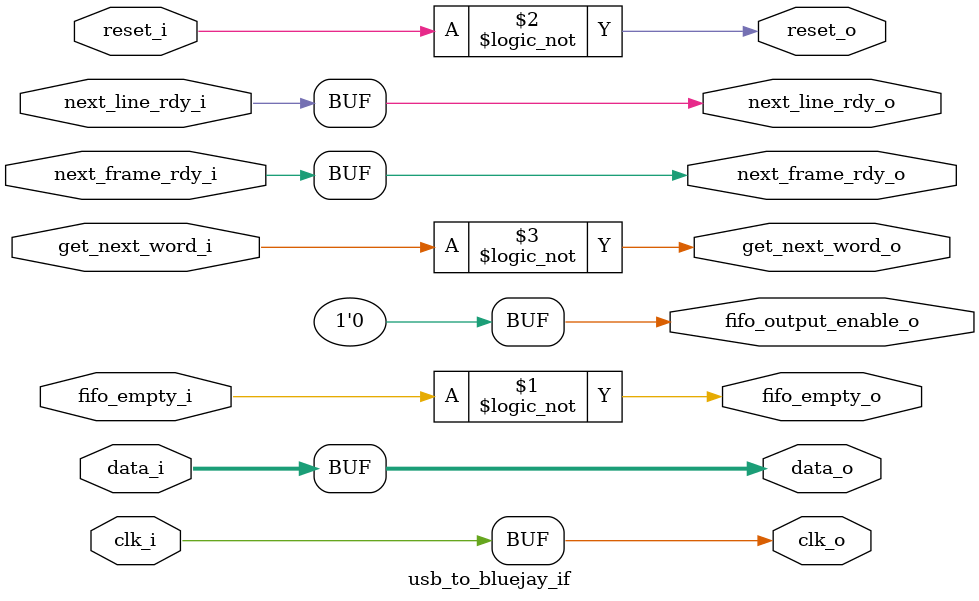
<source format=v>


`timescale 1ns/10ps

module usb_to_bluejay_if (
    reset_i,
    clk_i,
    data_i,
    next_line_rdy_i,
    next_frame_rdy_i,
    fifo_empty_i,
    fifo_output_enable_o,
    get_next_word_o,
    reset_o,
    clk_o,
    data_o,
    next_line_rdy_o,
    next_frame_rdy_o,
    fifo_empty_o,
    get_next_word_i
);
// Ports
// I/O pins:
// --------
// Control:
// reset_i              : Reset line
// USB-Fifo Side:
// clk_i                : 100MHz input clock from USB Chip
// data_i               : 32-bit input data FIFO from USB
// next_line_rdy_i      : line to indicate that a new line of data is available, active-high for 1 cycle
// next_frame_rdy_i     : line to indicate that the entire frame has been output, active-high for 1 cycle
// fifo_empty_i         : flag to indicate whether or not the FIFO is empty, active-low
// fifo_output_enable_o : line to turn on the outputting of the FIFO, active-low
// get_next_word_o      : line to pull next data word out of FIFO, active-low
// reset_o              : line to reset USB3 chip, active-low
// Bluejay Data Interface:
// clk_o                : Pipe USB FIFO clock out to rest of FPGA
// data_o               : Route 32-bit input data FIFO to Bluejay Data Interface
// next_line_rdy_o      : line to indicate that a new line of data is available, active-high for 1 cycle
// next_frame_rdy_o     : line to indicate that the entire frame has been output, active-high for 1 cycle
// fifo_empty_o         : flag to indicate whether or not the FIFO is empty, active-high
// get_next_word_i      : line to pull next data word out of FIFO, active-high

input reset_i;
input clk_i;
input [31:0] data_i;
input next_line_rdy_i;
input next_frame_rdy_i;
input fifo_empty_i;
output fifo_output_enable_o;
wire fifo_output_enable_o;
output get_next_word_o;
wire get_next_word_o;
output reset_o;
wire reset_o;
output clk_o;
wire clk_o;
output [31:0] data_o;
wire [31:0] data_o;
output next_line_rdy_o;
wire next_line_rdy_o;
output next_frame_rdy_o;
wire next_frame_rdy_o;
output fifo_empty_o;
wire fifo_empty_o;
input get_next_word_i;





assign clk_o = clk_i;
assign data_o = data_i;
assign next_line_rdy_o = next_line_rdy_i;
assign next_frame_rdy_o = next_frame_rdy_i;
assign fifo_empty_o = (!fifo_empty_i);
assign reset_o = (!reset_i);
assign fifo_output_enable_o = 1'b0;



assign get_next_word_o = (!get_next_word_i);

endmodule

</source>
